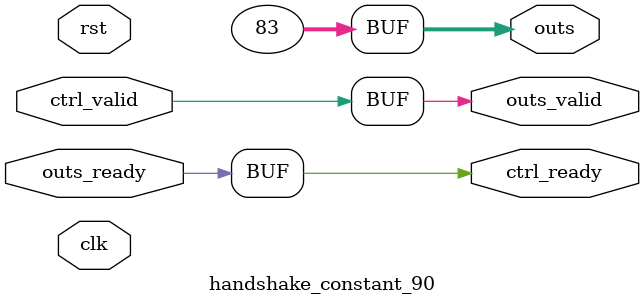
<source format=v>
`timescale 1ns / 1ps
module handshake_constant_90 #(
  parameter DATA_WIDTH = 32  // Default set to 32 bits
) (
  input                       clk,
  input                       rst,
  // Input Channel
  input                       ctrl_valid,
  output                      ctrl_ready,
  // Output Channel
  output [DATA_WIDTH - 1 : 0] outs,
  output                      outs_valid,
  input                       outs_ready
);
  assign outs       = 8'b01010011;
  assign outs_valid = ctrl_valid;
  assign ctrl_ready = outs_ready;

endmodule

</source>
